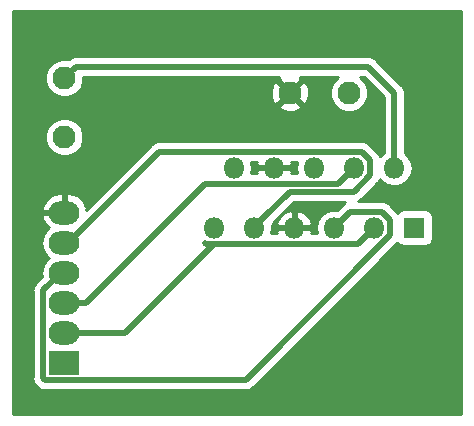
<source format=gbr>
G04 #@! TF.GenerationSoftware,KiCad,Pcbnew,(5.0.0-3-g5ebb6b6)*
G04 #@! TF.CreationDate,2018-09-23T14:54:54+01:00*
G04 #@! TF.ProjectId,flow-module,666C6F772D6D6F64756C652E6B696361,rev?*
G04 #@! TF.SameCoordinates,Original*
G04 #@! TF.FileFunction,Copper,L2,Bot,Signal*
G04 #@! TF.FilePolarity,Positive*
%FSLAX46Y46*%
G04 Gerber Fmt 4.6, Leading zero omitted, Abs format (unit mm)*
G04 Created by KiCad (PCBNEW (5.0.0-3-g5ebb6b6)) date 2018 September 23, Sunday 14:54:54*
%MOMM*%
%LPD*%
G01*
G04 APERTURE LIST*
G04 #@! TA.AperFunction,ComponentPad*
%ADD10C,1.950000*%
G04 #@! TD*
G04 #@! TA.AperFunction,ComponentPad*
%ADD11R,1.800000X1.800000*%
G04 #@! TD*
G04 #@! TA.AperFunction,ComponentPad*
%ADD12O,1.800000X1.800000*%
G04 #@! TD*
G04 #@! TA.AperFunction,ComponentPad*
%ADD13R,2.600000X2.000000*%
G04 #@! TD*
G04 #@! TA.AperFunction,ComponentPad*
%ADD14O,2.600000X2.000000*%
G04 #@! TD*
G04 #@! TA.AperFunction,Conductor*
%ADD15C,0.500000*%
G04 #@! TD*
G04 #@! TA.AperFunction,Conductor*
%ADD16C,0.254000*%
G04 #@! TD*
G04 APERTURE END LIST*
D10*
G04 #@! TO.P,P1,2*
G04 #@! TO.N,Earth*
X94020000Y-29210000D03*
G04 #@! TO.P,P1,1*
G04 #@! TO.N,VCC*
X99020000Y-29210000D03*
G04 #@! TD*
D11*
G04 #@! TO.P,H2,1*
G04 #@! TO.N,Net-(C2-Pad1)*
X104570000Y-40640000D03*
D12*
G04 #@! TO.P,H2,2*
G04 #@! TO.N,Output1*
X102870000Y-35560000D03*
G04 #@! TO.P,H2,3*
G04 #@! TO.N,Dir*
X101170000Y-40640000D03*
G04 #@! TO.P,H2,4*
G04 #@! TO.N,Brake*
X99470000Y-35560000D03*
G04 #@! TO.P,H2,5*
G04 #@! TO.N,PWM*
X97770000Y-40640000D03*
G04 #@! TO.P,H2,6*
G04 #@! TO.N,VCC*
X96070000Y-35560000D03*
G04 #@! TO.P,H2,7*
G04 #@! TO.N,Earth*
X94370000Y-40640000D03*
G04 #@! TO.P,H2,8*
X92670000Y-35560000D03*
G04 #@! TO.P,H2,9*
G04 #@! TO.N,Flag*
X90970000Y-40640000D03*
G04 #@! TO.P,H2,10*
G04 #@! TO.N,Output2*
X89270000Y-35560000D03*
G04 #@! TO.P,H2,11*
G04 #@! TO.N,Net-(C1-Pad2)*
X87570000Y-40640000D03*
G04 #@! TD*
D13*
G04 #@! TO.P,P3,1*
G04 #@! TO.N,VAA*
X74930000Y-52070000D03*
D14*
G04 #@! TO.P,P3,2*
G04 #@! TO.N,Dir*
X74930000Y-49530000D03*
G04 #@! TO.P,P3,3*
G04 #@! TO.N,Brake*
X74930000Y-46990000D03*
G04 #@! TO.P,P3,4*
G04 #@! TO.N,PWM*
X74930000Y-44450000D03*
G04 #@! TO.P,P3,5*
G04 #@! TO.N,Flag*
X74930000Y-41910000D03*
G04 #@! TO.P,P3,6*
G04 #@! TO.N,Earth*
X74930000Y-39370000D03*
G04 #@! TD*
D10*
G04 #@! TO.P,P5,2*
G04 #@! TO.N,Output1*
X74930000Y-27980000D03*
G04 #@! TO.P,P5,1*
G04 #@! TO.N,Output2*
X74930000Y-32980000D03*
G04 #@! TD*
D15*
G04 #@! TO.N,Output1*
X102870000Y-35560000D02*
X102870000Y-29210000D01*
X75904999Y-27005001D02*
X74930000Y-27980000D01*
X100665001Y-27005001D02*
X75904999Y-27005001D01*
X102870000Y-29210000D02*
X100665001Y-27005001D01*
G04 #@! TO.N,Dir*
X86921999Y-41990001D02*
X87630000Y-41990001D01*
X87630000Y-41990001D02*
X99819999Y-41990001D01*
X74930000Y-49530000D02*
X80090001Y-49530000D01*
X80090001Y-49530000D02*
X87630000Y-41990001D01*
X86841998Y-41910000D02*
X86921999Y-41990001D01*
X99819999Y-41990001D02*
X100270001Y-41539999D01*
X100270001Y-41539999D02*
X101170000Y-40640000D01*
G04 #@! TO.N,Brake*
X74930000Y-46990000D02*
X76730000Y-46990000D01*
X76730000Y-46990000D02*
X86809999Y-36910001D01*
X86809999Y-36910001D02*
X98119999Y-36910001D01*
X98119999Y-36910001D02*
X98570001Y-36459999D01*
X98570001Y-36459999D02*
X99470000Y-35560000D01*
G04 #@! TO.N,PWM*
X74930000Y-44450000D02*
X74630000Y-44450000D01*
X74630000Y-44450000D02*
X73130000Y-45950000D01*
X73130000Y-45950000D02*
X73130000Y-53380002D01*
X73130000Y-53380002D02*
X73269999Y-53520001D01*
X73269999Y-53520001D02*
X90288001Y-53520001D01*
X90288001Y-53520001D02*
X102520001Y-41288001D01*
X102520001Y-41288001D02*
X102520001Y-39991999D01*
X102520001Y-39991999D02*
X101818001Y-39289999D01*
X101818001Y-39289999D02*
X99120001Y-39289999D01*
X99120001Y-39289999D02*
X98669999Y-39740001D01*
X98669999Y-39740001D02*
X97770000Y-40640000D01*
G04 #@! TO.N,Flag*
X74930000Y-41910000D02*
X75230000Y-41910000D01*
X75230000Y-41910000D02*
X82930001Y-34209999D01*
X82930001Y-34209999D02*
X100118001Y-34209999D01*
X100118001Y-34209999D02*
X100820001Y-34911999D01*
X100820001Y-34911999D02*
X100820001Y-36208001D01*
X100820001Y-36208001D02*
X99417991Y-37610011D01*
X99417991Y-37610011D02*
X93999989Y-37610011D01*
X93999989Y-37610011D02*
X91869999Y-39740001D01*
X91869999Y-39740001D02*
X90970000Y-40640000D01*
G04 #@! TD*
D16*
G04 #@! TO.N,Earth*
G36*
X108510001Y-56440000D02*
X70560000Y-56440000D01*
X70560000Y-45950000D01*
X72227663Y-45950000D01*
X72245000Y-46037161D01*
X72245001Y-53292837D01*
X72227663Y-53380002D01*
X72296348Y-53725311D01*
X72442576Y-53944156D01*
X72442578Y-53944158D01*
X72491952Y-54018051D01*
X72565845Y-54067425D01*
X72582574Y-54084154D01*
X72631950Y-54158050D01*
X72924689Y-54353653D01*
X73182834Y-54405001D01*
X73182839Y-54405001D01*
X73269998Y-54422338D01*
X73357158Y-54405001D01*
X90200840Y-54405001D01*
X90288001Y-54422338D01*
X90375162Y-54405001D01*
X90375166Y-54405001D01*
X90633311Y-54353653D01*
X90926050Y-54158050D01*
X90975426Y-54084154D01*
X103084158Y-41975423D01*
X103158050Y-41926050D01*
X103161146Y-41921416D01*
X103212191Y-41997809D01*
X103422235Y-42138157D01*
X103670000Y-42187440D01*
X105470000Y-42187440D01*
X105717765Y-42138157D01*
X105927809Y-41997809D01*
X106068157Y-41787765D01*
X106117440Y-41540000D01*
X106117440Y-39740000D01*
X106068157Y-39492235D01*
X105927809Y-39282191D01*
X105717765Y-39141843D01*
X105470000Y-39092560D01*
X103670000Y-39092560D01*
X103422235Y-39141843D01*
X103212191Y-39282191D01*
X103161146Y-39358584D01*
X103158050Y-39353950D01*
X103084157Y-39304576D01*
X102505426Y-38725846D01*
X102456050Y-38651950D01*
X102163311Y-38456347D01*
X101905166Y-38404999D01*
X101905162Y-38404999D01*
X101818001Y-38387662D01*
X101730840Y-38404999D01*
X99821165Y-38404999D01*
X100056040Y-38248060D01*
X100105416Y-38174164D01*
X101384157Y-36895424D01*
X101458050Y-36846050D01*
X101550511Y-36707674D01*
X101653653Y-36553311D01*
X101661436Y-36514182D01*
X101763327Y-36666673D01*
X102271073Y-37005938D01*
X102718818Y-37095000D01*
X103021182Y-37095000D01*
X103468927Y-37005938D01*
X103976673Y-36666673D01*
X104315938Y-36158927D01*
X104435072Y-35560000D01*
X104315938Y-34961073D01*
X103976673Y-34453327D01*
X103755000Y-34305210D01*
X103755000Y-29297159D01*
X103772337Y-29209999D01*
X103755000Y-29122839D01*
X103755000Y-29122835D01*
X103703652Y-28864690D01*
X103631615Y-28756880D01*
X103557424Y-28645845D01*
X103557423Y-28645844D01*
X103508049Y-28571951D01*
X103434156Y-28522577D01*
X101352426Y-26440848D01*
X101303050Y-26366952D01*
X101010311Y-26171349D01*
X100752166Y-26120001D01*
X100752162Y-26120001D01*
X100665001Y-26102664D01*
X100577840Y-26120001D01*
X75992160Y-26120001D01*
X75904999Y-26102664D01*
X75817838Y-26120001D01*
X75817834Y-26120001D01*
X75559689Y-26171349D01*
X75340844Y-26317577D01*
X75340843Y-26317578D01*
X75266950Y-26366952D01*
X75261735Y-26374757D01*
X75250249Y-26370000D01*
X74609751Y-26370000D01*
X74018008Y-26615108D01*
X73565108Y-27068008D01*
X73320000Y-27659751D01*
X73320000Y-28300249D01*
X73565108Y-28891992D01*
X74018008Y-29344892D01*
X74609751Y-29590000D01*
X75250249Y-29590000D01*
X75841992Y-29344892D01*
X76235455Y-28951429D01*
X92398951Y-28951429D01*
X92423395Y-29591461D01*
X92621296Y-30069237D01*
X92885558Y-30164837D01*
X93840395Y-29210000D01*
X94199605Y-29210000D01*
X95154442Y-30164837D01*
X95418704Y-30069237D01*
X95641049Y-29468571D01*
X95616605Y-28828539D01*
X95418704Y-28350763D01*
X95154442Y-28255163D01*
X94199605Y-29210000D01*
X93840395Y-29210000D01*
X92885558Y-28255163D01*
X92621296Y-28350763D01*
X92398951Y-28951429D01*
X76235455Y-28951429D01*
X76294892Y-28891992D01*
X76540000Y-28300249D01*
X76540000Y-27890001D01*
X93132291Y-27890001D01*
X93065163Y-28075558D01*
X94020000Y-29030395D01*
X94974837Y-28075558D01*
X94907709Y-27890001D01*
X98063115Y-27890001D01*
X97655108Y-28298008D01*
X97410000Y-28889751D01*
X97410000Y-29530249D01*
X97655108Y-30121992D01*
X98108008Y-30574892D01*
X98699751Y-30820000D01*
X99340249Y-30820000D01*
X99931992Y-30574892D01*
X100384892Y-30121992D01*
X100630000Y-29530249D01*
X100630000Y-28889751D01*
X100384892Y-28298008D01*
X99976885Y-27890001D01*
X100298423Y-27890001D01*
X101985001Y-29576580D01*
X101985000Y-34305210D01*
X101763327Y-34453327D01*
X101661436Y-34605818D01*
X101653653Y-34566689D01*
X101458050Y-34273950D01*
X101384157Y-34224576D01*
X100805426Y-33645846D01*
X100756050Y-33571950D01*
X100463311Y-33376347D01*
X100205166Y-33324999D01*
X100205162Y-33324999D01*
X100118001Y-33307662D01*
X100030840Y-33324999D01*
X83017162Y-33324999D01*
X82930001Y-33307662D01*
X82842840Y-33324999D01*
X82842836Y-33324999D01*
X82584691Y-33376347D01*
X82365846Y-33522575D01*
X82365845Y-33522576D01*
X82291952Y-33571950D01*
X82242578Y-33645843D01*
X76750047Y-39138375D01*
X76820124Y-38989566D01*
X76789144Y-38861645D01*
X76475922Y-38303683D01*
X75973020Y-37908058D01*
X75357000Y-37735000D01*
X75057000Y-37735000D01*
X75057000Y-39243000D01*
X75077000Y-39243000D01*
X75077000Y-39497000D01*
X75057000Y-39497000D01*
X75057000Y-39517000D01*
X74803000Y-39517000D01*
X74803000Y-39497000D01*
X73159223Y-39497000D01*
X73039876Y-39750434D01*
X73070856Y-39878355D01*
X73384078Y-40436317D01*
X73617629Y-40620048D01*
X73451231Y-40731231D01*
X73089864Y-41272055D01*
X72962969Y-41910000D01*
X73089864Y-42547945D01*
X73451231Y-43088769D01*
X73587768Y-43180000D01*
X73451231Y-43271231D01*
X73089864Y-43812055D01*
X72962969Y-44450000D01*
X73031897Y-44796525D01*
X72565847Y-45262575D01*
X72491951Y-45311951D01*
X72296348Y-45604691D01*
X72245000Y-45862836D01*
X72245000Y-45862839D01*
X72227663Y-45950000D01*
X70560000Y-45950000D01*
X70560000Y-38989566D01*
X73039876Y-38989566D01*
X73159223Y-39243000D01*
X74803000Y-39243000D01*
X74803000Y-37735000D01*
X74503000Y-37735000D01*
X73886980Y-37908058D01*
X73384078Y-38303683D01*
X73070856Y-38861645D01*
X73039876Y-38989566D01*
X70560000Y-38989566D01*
X70560000Y-32659751D01*
X73320000Y-32659751D01*
X73320000Y-33300249D01*
X73565108Y-33891992D01*
X74018008Y-34344892D01*
X74609751Y-34590000D01*
X75250249Y-34590000D01*
X75841992Y-34344892D01*
X76294892Y-33891992D01*
X76540000Y-33300249D01*
X76540000Y-32659751D01*
X76294892Y-32068008D01*
X75841992Y-31615108D01*
X75250249Y-31370000D01*
X74609751Y-31370000D01*
X74018008Y-31615108D01*
X73565108Y-32068008D01*
X73320000Y-32659751D01*
X70560000Y-32659751D01*
X70560000Y-30344442D01*
X93065163Y-30344442D01*
X93160763Y-30608704D01*
X93761429Y-30831049D01*
X94401461Y-30806605D01*
X94879237Y-30608704D01*
X94974837Y-30344442D01*
X94020000Y-29389605D01*
X93065163Y-30344442D01*
X70560000Y-30344442D01*
X70560000Y-22300000D01*
X108510000Y-22300000D01*
X108510001Y-56440000D01*
X108510001Y-56440000D01*
G37*
X108510001Y-56440000D02*
X70560000Y-56440000D01*
X70560000Y-45950000D01*
X72227663Y-45950000D01*
X72245000Y-46037161D01*
X72245001Y-53292837D01*
X72227663Y-53380002D01*
X72296348Y-53725311D01*
X72442576Y-53944156D01*
X72442578Y-53944158D01*
X72491952Y-54018051D01*
X72565845Y-54067425D01*
X72582574Y-54084154D01*
X72631950Y-54158050D01*
X72924689Y-54353653D01*
X73182834Y-54405001D01*
X73182839Y-54405001D01*
X73269998Y-54422338D01*
X73357158Y-54405001D01*
X90200840Y-54405001D01*
X90288001Y-54422338D01*
X90375162Y-54405001D01*
X90375166Y-54405001D01*
X90633311Y-54353653D01*
X90926050Y-54158050D01*
X90975426Y-54084154D01*
X103084158Y-41975423D01*
X103158050Y-41926050D01*
X103161146Y-41921416D01*
X103212191Y-41997809D01*
X103422235Y-42138157D01*
X103670000Y-42187440D01*
X105470000Y-42187440D01*
X105717765Y-42138157D01*
X105927809Y-41997809D01*
X106068157Y-41787765D01*
X106117440Y-41540000D01*
X106117440Y-39740000D01*
X106068157Y-39492235D01*
X105927809Y-39282191D01*
X105717765Y-39141843D01*
X105470000Y-39092560D01*
X103670000Y-39092560D01*
X103422235Y-39141843D01*
X103212191Y-39282191D01*
X103161146Y-39358584D01*
X103158050Y-39353950D01*
X103084157Y-39304576D01*
X102505426Y-38725846D01*
X102456050Y-38651950D01*
X102163311Y-38456347D01*
X101905166Y-38404999D01*
X101905162Y-38404999D01*
X101818001Y-38387662D01*
X101730840Y-38404999D01*
X99821165Y-38404999D01*
X100056040Y-38248060D01*
X100105416Y-38174164D01*
X101384157Y-36895424D01*
X101458050Y-36846050D01*
X101550511Y-36707674D01*
X101653653Y-36553311D01*
X101661436Y-36514182D01*
X101763327Y-36666673D01*
X102271073Y-37005938D01*
X102718818Y-37095000D01*
X103021182Y-37095000D01*
X103468927Y-37005938D01*
X103976673Y-36666673D01*
X104315938Y-36158927D01*
X104435072Y-35560000D01*
X104315938Y-34961073D01*
X103976673Y-34453327D01*
X103755000Y-34305210D01*
X103755000Y-29297159D01*
X103772337Y-29209999D01*
X103755000Y-29122839D01*
X103755000Y-29122835D01*
X103703652Y-28864690D01*
X103631615Y-28756880D01*
X103557424Y-28645845D01*
X103557423Y-28645844D01*
X103508049Y-28571951D01*
X103434156Y-28522577D01*
X101352426Y-26440848D01*
X101303050Y-26366952D01*
X101010311Y-26171349D01*
X100752166Y-26120001D01*
X100752162Y-26120001D01*
X100665001Y-26102664D01*
X100577840Y-26120001D01*
X75992160Y-26120001D01*
X75904999Y-26102664D01*
X75817838Y-26120001D01*
X75817834Y-26120001D01*
X75559689Y-26171349D01*
X75340844Y-26317577D01*
X75340843Y-26317578D01*
X75266950Y-26366952D01*
X75261735Y-26374757D01*
X75250249Y-26370000D01*
X74609751Y-26370000D01*
X74018008Y-26615108D01*
X73565108Y-27068008D01*
X73320000Y-27659751D01*
X73320000Y-28300249D01*
X73565108Y-28891992D01*
X74018008Y-29344892D01*
X74609751Y-29590000D01*
X75250249Y-29590000D01*
X75841992Y-29344892D01*
X76235455Y-28951429D01*
X92398951Y-28951429D01*
X92423395Y-29591461D01*
X92621296Y-30069237D01*
X92885558Y-30164837D01*
X93840395Y-29210000D01*
X94199605Y-29210000D01*
X95154442Y-30164837D01*
X95418704Y-30069237D01*
X95641049Y-29468571D01*
X95616605Y-28828539D01*
X95418704Y-28350763D01*
X95154442Y-28255163D01*
X94199605Y-29210000D01*
X93840395Y-29210000D01*
X92885558Y-28255163D01*
X92621296Y-28350763D01*
X92398951Y-28951429D01*
X76235455Y-28951429D01*
X76294892Y-28891992D01*
X76540000Y-28300249D01*
X76540000Y-27890001D01*
X93132291Y-27890001D01*
X93065163Y-28075558D01*
X94020000Y-29030395D01*
X94974837Y-28075558D01*
X94907709Y-27890001D01*
X98063115Y-27890001D01*
X97655108Y-28298008D01*
X97410000Y-28889751D01*
X97410000Y-29530249D01*
X97655108Y-30121992D01*
X98108008Y-30574892D01*
X98699751Y-30820000D01*
X99340249Y-30820000D01*
X99931992Y-30574892D01*
X100384892Y-30121992D01*
X100630000Y-29530249D01*
X100630000Y-28889751D01*
X100384892Y-28298008D01*
X99976885Y-27890001D01*
X100298423Y-27890001D01*
X101985001Y-29576580D01*
X101985000Y-34305210D01*
X101763327Y-34453327D01*
X101661436Y-34605818D01*
X101653653Y-34566689D01*
X101458050Y-34273950D01*
X101384157Y-34224576D01*
X100805426Y-33645846D01*
X100756050Y-33571950D01*
X100463311Y-33376347D01*
X100205166Y-33324999D01*
X100205162Y-33324999D01*
X100118001Y-33307662D01*
X100030840Y-33324999D01*
X83017162Y-33324999D01*
X82930001Y-33307662D01*
X82842840Y-33324999D01*
X82842836Y-33324999D01*
X82584691Y-33376347D01*
X82365846Y-33522575D01*
X82365845Y-33522576D01*
X82291952Y-33571950D01*
X82242578Y-33645843D01*
X76750047Y-39138375D01*
X76820124Y-38989566D01*
X76789144Y-38861645D01*
X76475922Y-38303683D01*
X75973020Y-37908058D01*
X75357000Y-37735000D01*
X75057000Y-37735000D01*
X75057000Y-39243000D01*
X75077000Y-39243000D01*
X75077000Y-39497000D01*
X75057000Y-39497000D01*
X75057000Y-39517000D01*
X74803000Y-39517000D01*
X74803000Y-39497000D01*
X73159223Y-39497000D01*
X73039876Y-39750434D01*
X73070856Y-39878355D01*
X73384078Y-40436317D01*
X73617629Y-40620048D01*
X73451231Y-40731231D01*
X73089864Y-41272055D01*
X72962969Y-41910000D01*
X73089864Y-42547945D01*
X73451231Y-43088769D01*
X73587768Y-43180000D01*
X73451231Y-43271231D01*
X73089864Y-43812055D01*
X72962969Y-44450000D01*
X73031897Y-44796525D01*
X72565847Y-45262575D01*
X72491951Y-45311951D01*
X72296348Y-45604691D01*
X72245000Y-45862836D01*
X72245000Y-45862839D01*
X72227663Y-45950000D01*
X70560000Y-45950000D01*
X70560000Y-38989566D01*
X73039876Y-38989566D01*
X73159223Y-39243000D01*
X74803000Y-39243000D01*
X74803000Y-37735000D01*
X74503000Y-37735000D01*
X73886980Y-37908058D01*
X73384078Y-38303683D01*
X73070856Y-38861645D01*
X73039876Y-38989566D01*
X70560000Y-38989566D01*
X70560000Y-32659751D01*
X73320000Y-32659751D01*
X73320000Y-33300249D01*
X73565108Y-33891992D01*
X74018008Y-34344892D01*
X74609751Y-34590000D01*
X75250249Y-34590000D01*
X75841992Y-34344892D01*
X76294892Y-33891992D01*
X76540000Y-33300249D01*
X76540000Y-32659751D01*
X76294892Y-32068008D01*
X75841992Y-31615108D01*
X75250249Y-31370000D01*
X74609751Y-31370000D01*
X74018008Y-31615108D01*
X73565108Y-32068008D01*
X73320000Y-32659751D01*
X70560000Y-32659751D01*
X70560000Y-30344442D01*
X93065163Y-30344442D01*
X93160763Y-30608704D01*
X93761429Y-30831049D01*
X94401461Y-30806605D01*
X94879237Y-30608704D01*
X94974837Y-30344442D01*
X94020000Y-29389605D01*
X93065163Y-30344442D01*
X70560000Y-30344442D01*
X70560000Y-22300000D01*
X108510000Y-22300000D01*
X108510001Y-56440000D01*
G36*
X98481952Y-38651950D02*
X98432576Y-38725846D01*
X98105847Y-39052575D01*
X98105844Y-39052577D01*
X98031481Y-39126940D01*
X97921182Y-39105000D01*
X97618818Y-39105000D01*
X97171073Y-39194062D01*
X96663327Y-39533327D01*
X96324062Y-40041073D01*
X96204928Y-40640000D01*
X96297422Y-41105001D01*
X95819509Y-41105001D01*
X95861036Y-41004740D01*
X95740378Y-40767000D01*
X94497000Y-40767000D01*
X94497000Y-40787000D01*
X94243000Y-40787000D01*
X94243000Y-40767000D01*
X92999622Y-40767000D01*
X92878964Y-41004740D01*
X92920491Y-41105001D01*
X92442578Y-41105001D01*
X92535072Y-40640000D01*
X92483060Y-40378519D01*
X92557423Y-40304156D01*
X92557425Y-40304153D01*
X92586318Y-40275260D01*
X92878964Y-40275260D01*
X92999622Y-40513000D01*
X94243000Y-40513000D01*
X94243000Y-39269003D01*
X94497000Y-39269003D01*
X94497000Y-40513000D01*
X95740378Y-40513000D01*
X95861036Y-40275260D01*
X95682240Y-39843583D01*
X95277576Y-39402034D01*
X94734742Y-39148954D01*
X94497000Y-39269003D01*
X94243000Y-39269003D01*
X94005258Y-39148954D01*
X93462424Y-39402034D01*
X93057760Y-39843583D01*
X92878964Y-40275260D01*
X92586318Y-40275260D01*
X94366568Y-38495011D01*
X98716827Y-38495011D01*
X98481952Y-38651950D01*
X98481952Y-38651950D01*
G37*
X98481952Y-38651950D02*
X98432576Y-38725846D01*
X98105847Y-39052575D01*
X98105844Y-39052577D01*
X98031481Y-39126940D01*
X97921182Y-39105000D01*
X97618818Y-39105000D01*
X97171073Y-39194062D01*
X96663327Y-39533327D01*
X96324062Y-40041073D01*
X96204928Y-40640000D01*
X96297422Y-41105001D01*
X95819509Y-41105001D01*
X95861036Y-41004740D01*
X95740378Y-40767000D01*
X94497000Y-40767000D01*
X94497000Y-40787000D01*
X94243000Y-40787000D01*
X94243000Y-40767000D01*
X92999622Y-40767000D01*
X92878964Y-41004740D01*
X92920491Y-41105001D01*
X92442578Y-41105001D01*
X92535072Y-40640000D01*
X92483060Y-40378519D01*
X92557423Y-40304156D01*
X92557425Y-40304153D01*
X92586318Y-40275260D01*
X92878964Y-40275260D01*
X92999622Y-40513000D01*
X94243000Y-40513000D01*
X94243000Y-39269003D01*
X94497000Y-39269003D01*
X94497000Y-40513000D01*
X95740378Y-40513000D01*
X95861036Y-40275260D01*
X95682240Y-39843583D01*
X95277576Y-39402034D01*
X94734742Y-39148954D01*
X94497000Y-39269003D01*
X94243000Y-39269003D01*
X94005258Y-39148954D01*
X93462424Y-39402034D01*
X93057760Y-39843583D01*
X92878964Y-40275260D01*
X92586318Y-40275260D01*
X94366568Y-38495011D01*
X98716827Y-38495011D01*
X98481952Y-38651950D01*
G36*
X91178964Y-35195260D02*
X91299622Y-35433000D01*
X92543000Y-35433000D01*
X92543000Y-35413000D01*
X92797000Y-35413000D01*
X92797000Y-35433000D01*
X94040378Y-35433000D01*
X94161036Y-35195260D01*
X94119509Y-35094999D01*
X94597422Y-35094999D01*
X94504928Y-35560000D01*
X94597422Y-36025001D01*
X94119509Y-36025001D01*
X94161036Y-35924740D01*
X94040378Y-35687000D01*
X92797000Y-35687000D01*
X92797000Y-35707000D01*
X92543000Y-35707000D01*
X92543000Y-35687000D01*
X91299622Y-35687000D01*
X91178964Y-35924740D01*
X91220491Y-36025001D01*
X90742578Y-36025001D01*
X90835072Y-35560000D01*
X90742578Y-35094999D01*
X91220491Y-35094999D01*
X91178964Y-35195260D01*
X91178964Y-35195260D01*
G37*
X91178964Y-35195260D02*
X91299622Y-35433000D01*
X92543000Y-35433000D01*
X92543000Y-35413000D01*
X92797000Y-35413000D01*
X92797000Y-35433000D01*
X94040378Y-35433000D01*
X94161036Y-35195260D01*
X94119509Y-35094999D01*
X94597422Y-35094999D01*
X94504928Y-35560000D01*
X94597422Y-36025001D01*
X94119509Y-36025001D01*
X94161036Y-35924740D01*
X94040378Y-35687000D01*
X92797000Y-35687000D01*
X92797000Y-35707000D01*
X92543000Y-35707000D01*
X92543000Y-35687000D01*
X91299622Y-35687000D01*
X91178964Y-35924740D01*
X91220491Y-36025001D01*
X90742578Y-36025001D01*
X90835072Y-35560000D01*
X90742578Y-35094999D01*
X91220491Y-35094999D01*
X91178964Y-35195260D01*
G04 #@! TD*
M02*

</source>
